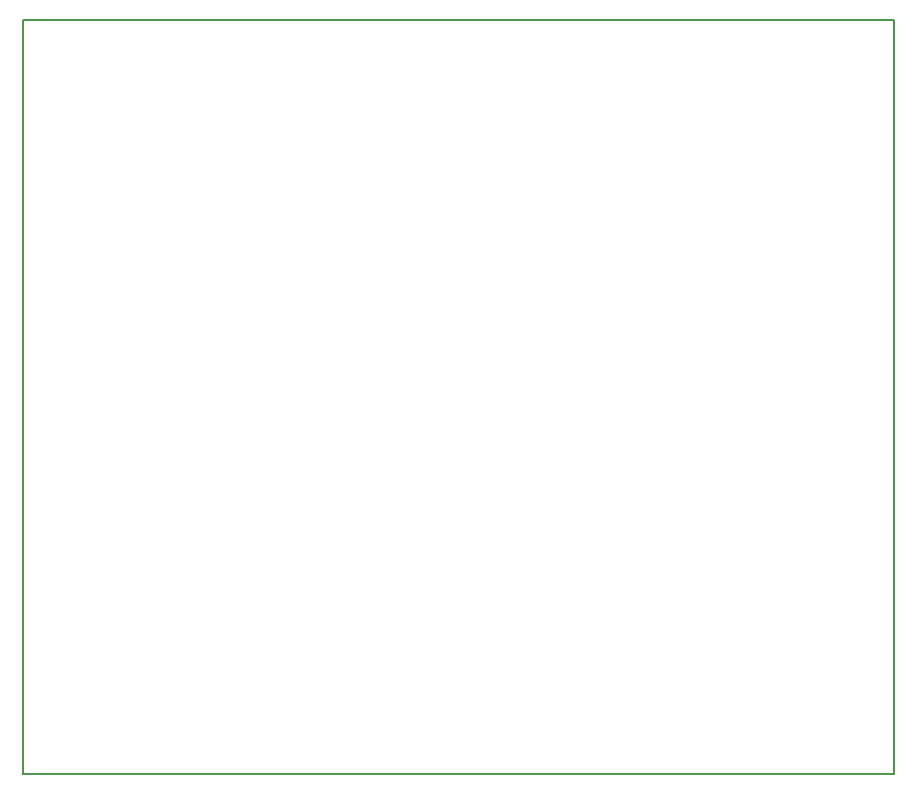
<source format=gbr>
G04 #@! TF.FileFunction,Profile,NP*
%FSLAX46Y46*%
G04 Gerber Fmt 4.6, Leading zero omitted, Abs format (unit mm)*
G04 Created by KiCad (PCBNEW 4.0.7) date 07/05/18 11:36:52*
%MOMM*%
%LPD*%
G01*
G04 APERTURE LIST*
%ADD10C,0.100000*%
%ADD11C,0.150000*%
G04 APERTURE END LIST*
D10*
D11*
X76476860Y-156966920D02*
X76476860Y-93096080D01*
X150266400Y-156966920D02*
X76476860Y-156966920D01*
X150266400Y-93096080D02*
X150266400Y-156966920D01*
X76476860Y-93096080D02*
X150266400Y-93096080D01*
M02*

</source>
